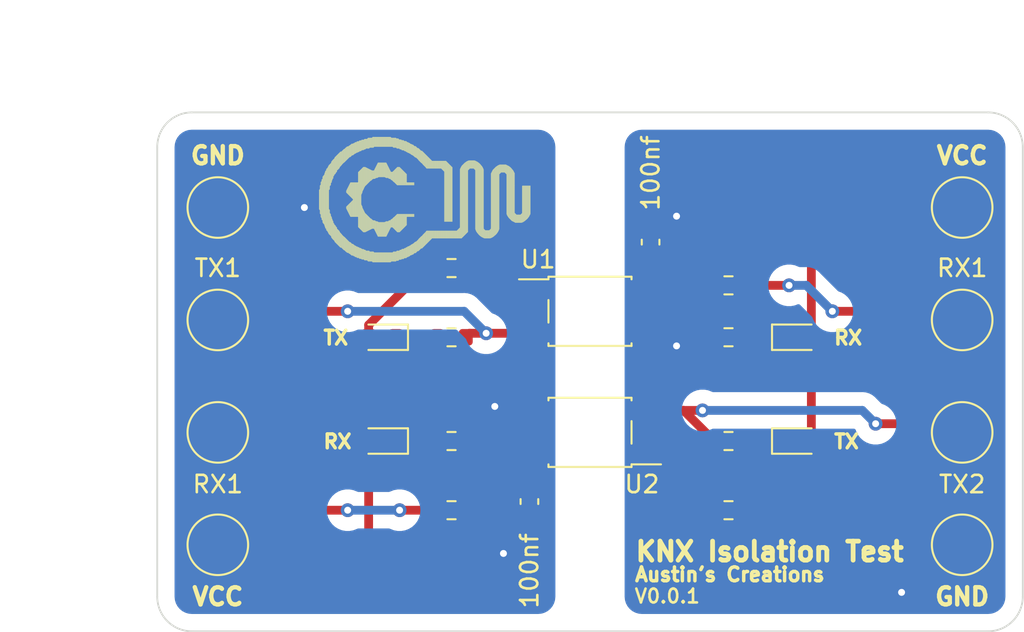
<source format=kicad_pcb>
(kicad_pcb (version 20221018) (generator pcbnew)
  (layers (0 "F.Cu" signal) (31 "B.Cu" signal) (34 "B.Paste" user) (35 "F.Paste" user) (36 "B.SilkS" user "B.Silkscreen") (37 "F.SilkS" user "F.Silkscreen") (38 "B.Mask" user) (39 "F.Mask" user) (44 "Edge.Cuts" user))
  (net 0 "")
  (net 1 "Net-(D3-K)")
  (net 2 "Net-(D4-K)")
  (net 3 "Net-(D3-A)")
  (net 4 "Net-(D1-K)")
  (net 5 "Net-(D1-A)")
  (net 6 "Net-(D2-K)")
  (net 7 "Net-(U1-A)")
  (net 8 "Net-(U2-VO)")
  (net 9 "Net-(U2-A)")
  (net 10 "Net-(U1-VO)")
  (net 11 "Net-(U2-C)")
  (net 12 "Net-(U1-C)")
  (net 13 "Net-(R3-Pad1)")
  (net 14 "Net-(R8-Pad1)")
  (net 15 "/GND1")
  (net 16 "/GND2")
  (footprint "Resistor_SMD:R_0603_1608Metric" (layer "F.Cu") (at 37 33)
    (fp_text reference "R2" hide)
    (fp_text value "1k" hide)
    (pad "1" smd roundrect (at -0.825 0) (size 0.8 0.95) (layers "F.Cu" "F.Paste" "F.Mask") (net 4 "Net-(D1-K)"))
    (pad "2" smd roundrect (at 0.825 0) (size 0.8 0.95) (layers "F.Cu" "F.Paste" "F.Mask") (net 12 "Net-(U1-C)"))
  )
  (footprint "TestPoint:TestPoint_Pad_D3.0mm" (layer "F.Cu") (at 23.5 32)
    (fp_text reference "TP3" hide)
    (fp_text value "TX1" (at 0 -3) (layer "F.SilkS"))
    (pad "1" smd circle (at 0 0) (size 3 3) (layers "F.Cu" "F.Mask") (net 12 "Net-(U1-C)"))
  )
  (footprint "LED_SMD:LED_0603_1608Metric" (layer "F.Cu") (at 33 39 180)
    (fp_text reference "D2" hide)
    (fp_text value "green" hide)
    (pad "1" smd roundrect (at -0.7875 0 180) (size 0.875 0.95) (layers "F.Cu" "F.Paste" "F.Mask") (net 6 "Net-(D2-K)"))
    (pad "2" smd roundrect (at 0.7875 0 180) (size 0.875 0.95) (layers "F.Cu" "F.Paste" "F.Mask") (net 5 "Net-(D1-A)"))
  )
  (footprint "Resistor_SMD:R_0603_1608Metric" (layer "F.Cu") (at 37 43)
    (fp_text reference "R3" hide)
    (fp_text value "1k" hide)
    (pad "1" smd roundrect (at -0.825 0) (size 0.8 0.95) (layers "F.Cu" "F.Paste" "F.Mask") (net 13 "Net-(R3-Pad1)"))
    (pad "2" smd roundrect (at 0.825 0) (size 0.8 0.95) (layers "F.Cu" "F.Paste" "F.Mask") (net 8 "Net-(U2-VO)"))
  )
  (footprint "Package_SO:SO-5_4.4x3.6mm_P1.27mm" (layer "F.Cu") (at 45 38.5 180)
    (fp_text reference "U2" (at -3 -3) (layer "F.SilkS"))
    (fp_text value "ACPL-M61L-500E" hide)
    (pad "1" smd rect (at -3.15 -1.27 180) (size 2 0.64) (layers "F.Cu" "F.Paste" "F.Mask") (net 9 "Net-(U2-A)"))
    (pad "3" smd rect (at -3.15 1.27 180) (size 2 0.64) (layers "F.Cu" "F.Paste" "F.Mask") (net 11 "Net-(U2-C)"))
    (pad "4" smd rect (at 3.15 1.27 180) (size 2 0.64) (layers "F.Cu" "F.Paste" "F.Mask") (net 15 "/GND1"))
    (pad "5" smd rect (at 3.15 0 180) (size 2 0.64) (layers "F.Cu" "F.Paste" "F.Mask") (net 8 "Net-(U2-VO)"))
    (pad "6" smd rect (at 3.15 -1.27 180) (size 2 0.64) (layers "F.Cu" "F.Paste" "F.Mask") (net 5 "Net-(D1-A)"))
  )
  (footprint "Capacitor_SMD:C_0603_1608Metric" (layer "F.Cu") (at 48.5 27.5 90)
    (fp_text reference "C2" hide)
    (fp_text value "100nf" (at 4 0 90) (layer "F.SilkS"))
    (pad "1" smd roundrect (at -0.775 0 90) (size 0.9 0.95) (layers "F.Cu" "F.Paste" "F.Mask") (net 3 "Net-(D3-A)"))
    (pad "2" smd roundrect (at 0.775 0 90) (size 0.9 0.95) (layers "F.Cu" "F.Paste" "F.Mask") (net 16 "/GND2"))
  )
  (footprint "LED_SMD:LED_0603_1608Metric" (layer "F.Cu") (at 57 39)
    (fp_text reference "D4" hide)
    (fp_text value "yellow" hide)
    (pad "1" smd roundrect (at -0.7875 0) (size 0.875 0.95) (layers "F.Cu" "F.Paste" "F.Mask") (net 2 "Net-(D4-K)"))
    (pad "2" smd roundrect (at 0.7875 0) (size 0.875 0.95) (layers "F.Cu" "F.Paste" "F.Mask") (net 3 "Net-(D3-A)"))
  )
  (footprint "LED_SMD:LED_0603_1608Metric" (layer "F.Cu") (at 57 33)
    (fp_text reference "D3" hide)
    (fp_text value "green" hide)
    (pad "1" smd roundrect (at -0.7875 0) (size 0.875 0.95) (layers "F.Cu" "F.Paste" "F.Mask") (net 1 "Net-(D3-K)"))
    (pad "2" smd roundrect (at 0.7875 0) (size 0.875 0.95) (layers "F.Cu" "F.Paste" "F.Mask") (net 3 "Net-(D3-A)"))
  )
  (footprint "logos:Creations logo med" (layer "F.Cu") (at 33 25 90)
    (fp_text reference "LOGO1" hide)
    (fp_text value "Creations_logo_med" hide)
  )
  (footprint "Resistor_SMD:R_0603_1608Metric" (layer "F.Cu") (at 53 30 180)
    (fp_text reference "R8" hide)
    (fp_text value "1k" hide)
    (pad "1" smd roundrect (at -0.825 0 180) (size 0.8 0.95) (layers "F.Cu" "F.Paste" "F.Mask") (net 14 "Net-(R8-Pad1)"))
    (pad "2" smd roundrect (at 0.825 0 180) (size 0.8 0.95) (layers "F.Cu" "F.Paste" "F.Mask") (net 10 "Net-(U1-VO)"))
  )
  (footprint "Capacitor_SMD:C_0603_1608Metric" (layer "F.Cu") (at 41.5 42.5 -90)
    (fp_text reference "C1" hide)
    (fp_text value "100nf" (at 4 0 90) (layer "F.SilkS"))
    (pad "1" smd roundrect (at -0.775 0 270) (size 0.9 0.95) (layers "F.Cu" "F.Paste" "F.Mask") (net 5 "Net-(D1-A)"))
    (pad "2" smd roundrect (at 0.775 0 270) (size 0.9 0.95) (layers "F.Cu" "F.Paste" "F.Mask") (net 15 "/GND1"))
  )
  (footprint "TestPoint:TestPoint_Pad_D3.0mm" (layer "F.Cu") (at 23.5 25.5)
    (fp_text reference "TP1" hide)
    (fp_text value "GND" (at 0 -3) (layer "F.SilkS") (effects (font (thickness 0.25))))
    (pad "1" smd circle (at 0 0) (size 3 3) (layers "F.Cu" "F.Mask") (net 15 "/GND1"))
  )
  (footprint "Resistor_SMD:R_0603_1608Metric" (layer "F.Cu") (at 53 33 180)
    (fp_text reference "R6" hide)
    (fp_text value "1k" hide)
    (pad "1" smd roundrect (at -0.825 0 180) (size 0.8 0.95) (layers "F.Cu" "F.Paste" "F.Mask") (net 1 "Net-(D3-K)"))
    (pad "2" smd roundrect (at 0.825 0 180) (size 0.8 0.95) (layers "F.Cu" "F.Paste" "F.Mask") (net 10 "Net-(U1-VO)"))
  )
  (footprint "TestPoint:TestPoint_Pad_D3.0mm" (layer "F.Cu") (at 66.5 25.5)
    (fp_text reference "TP6" hide)
    (fp_text value "VCC" (at 0 -3) (layer "F.SilkS") (effects (font (thickness 0.25))))
    (pad "1" smd circle (at 0 0) (size 3 3) (layers "F.Cu" "F.Mask") (net 3 "Net-(D3-A)"))
  )
  (footprint "TestPoint:TestPoint_Pad_D3.0mm" (layer "F.Cu") (at 66.5 38.5)
    (fp_text reference "TP7" hide)
    (fp_text value "TX2" (at 0 3) (layer "F.SilkS"))
    (pad "1" smd circle (at 0 0) (size 3 3) (layers "F.Cu" "F.Mask") (net 11 "Net-(U2-C)"))
  )
  (footprint "Resistor_SMD:R_0603_1608Metric" (layer "F.Cu") (at 37 39)
    (fp_text reference "R4" hide)
    (fp_text value "1k" hide)
    (pad "1" smd roundrect (at -0.825 0) (size 0.8 0.95) (layers "F.Cu" "F.Paste" "F.Mask") (net 6 "Net-(D2-K)"))
    (pad "2" smd roundrect (at 0.825 0) (size 0.8 0.95) (layers "F.Cu" "F.Paste" "F.Mask") (net 8 "Net-(U2-VO)"))
  )
  (footprint "Resistor_SMD:R_0603_1608Metric" (layer "F.Cu") (at 53 39 180)
    (fp_text reference "R7" hide)
    (fp_text value "1k" hide)
    (pad "1" smd roundrect (at -0.825 0 180) (size 0.8 0.95) (layers "F.Cu" "F.Paste" "F.Mask") (net 2 "Net-(D4-K)"))
    (pad "2" smd roundrect (at 0.825 0 180) (size 0.8 0.95) (layers "F.Cu" "F.Paste" "F.Mask") (net 11 "Net-(U2-C)"))
  )
  (footprint "Package_SO:SO-5_4.4x3.6mm_P1.27mm" (layer "F.Cu") (at 45 31.5)
    (fp_text reference "U1" (at -3 -3) (layer "F.SilkS"))
    (fp_text value "ACPL-M61L-500E" hide)
    (pad "1" smd rect (at -3.15 -1.27) (size 2 0.64) (layers "F.Cu" "F.Paste" "F.Mask") (net 7 "Net-(U1-A)"))
    (pad "3" smd rect (at -3.15 1.27) (size 2 0.64) (layers "F.Cu" "F.Paste" "F.Mask") (net 12 "Net-(U1-C)"))
    (pad "4" smd rect (at 3.15 1.27) (size 2 0.64) (layers "F.Cu" "F.Paste" "F.Mask") (net 16 "/GND2"))
    (pad "5" smd rect (at 3.15 0) (size 2 0.64) (layers "F.Cu" "F.Paste" "F.Mask") (net 10 "Net-(U1-VO)"))
    (pad "6" smd rect (at 3.15 -1.27) (size 2 0.64) (layers "F.Cu" "F.Paste" "F.Mask") (net 3 "Net-(D3-A)"))
  )
  (footprint "TestPoint:TestPoint_Pad_D3.0mm" (layer "F.Cu") (at 23.5 38.5)
    (fp_text reference "TP4" hide)
    (fp_text value "RX1" (at 0 3) (layer "F.SilkS"))
    (pad "1" smd circle (at 0 0) (size 3 3) (layers "F.Cu" "F.Mask") (net 13 "Net-(R3-Pad1)"))
  )
  (footprint "Resistor_SMD:R_0603_1608Metric" (layer "F.Cu") (at 53 43)
    (fp_text reference "R5" hide)
    (fp_text value "1k" hide)
    (pad "1" smd roundrect (at -0.825 0) (size 0.8 0.95) (layers "F.Cu" "F.Paste" "F.Mask") (net 9 "Net-(U2-A)"))
    (pad "2" smd roundrect (at 0.825 0) (size 0.8 0.95) (layers "F.Cu" "F.Paste" "F.Mask") (net 3 "Net-(D3-A)"))
  )
  (footprint "LED_SMD:LED_0603_1608Metric" (layer "F.Cu") (at 33 33 180)
    (fp_text reference "D1" hide)
    (fp_text value "yellow" hide)
    (pad "1" smd roundrect (at -0.7875 0 180) (size 0.875 0.95) (layers "F.Cu" "F.Paste" "F.Mask") (net 4 "Net-(D1-K)"))
    (pad "2" smd roundrect (at 0.7875 0 180) (size 0.875 0.95) (layers "F.Cu" "F.Paste" "F.Mask") (net 5 "Net-(D1-A)"))
  )
  (footprint "Resistor_SMD:R_0603_1608Metric" (layer "F.Cu") (at 37 29)
    (fp_text reference "R1" hide)
    (fp_text value "1k" hide)
    (pad "1" smd roundrect (at -0.825 0) (size 0.8 0.95) (layers "F.Cu" "F.Paste" "F.Mask") (net 5 "Net-(D1-A)"))
    (pad "2" smd roundrect (at 0.825 0) (size 0.8 0.95) (layers "F.Cu" "F.Paste" "F.Mask") (net 7 "Net-(U1-A)"))
  )
  (footprint "TestPoint:TestPoint_Pad_D3.0mm" (layer "F.Cu") (at 23.5 45)
    (fp_text reference "TP2" hide)
    (fp_text value "VCC" (at 0 3) (layer "F.SilkS") (effects (font (thickness 0.25))))
    (pad "1" smd circle (at 0 0) (size 3 3) (layers "F.Cu" "F.Mask") (net 5 "Net-(D1-A)"))
  )
  (footprint "TestPoint:TestPoint_Pad_D3.0mm" (layer "F.Cu") (at 66.5 45)
    (fp_text reference "TP8" hide)
    (fp_text value "GND" (at 0 3) (layer "F.SilkS") (effects (font (thickness 0.25))))
    (pad "1" smd circle (at 0 0) (size 3 3) (layers "F.Cu" "F.Mask") (net 16 "/GND2"))
  )
  (footprint "TestPoint:TestPoint_Pad_D3.0mm" (layer "F.Cu") (at 66.5 32)
    (fp_text reference "TP5" hide)
    (fp_text value "RX1" (at 0 -3) (layer "F.SilkS"))
    (pad "1" smd circle (at 0 0) (size 3 3) (layers "F.Cu" "F.Mask") (net 14 "Net-(R8-Pad1)"))
  )
  (gr_line (start 22 50) (end 68 50) (stroke (width 0.1)) (layer "Edge.Cuts"))
  (gr_arc (start 70 48) (mid 69.414214 49.414214) (end 68 50) (stroke (width 0.1)) (layer "Edge.Cuts"))
  (gr_arc (start 20 22) (mid 20.585786 20.585786) (end 22 20) (stroke (width 0.1)) (layer "Edge.Cuts"))
  (gr_arc (start 68 20) (mid 69.414214 20.585786) (end 70 22) (stroke (width 0.1)) (layer "Edge.Cuts"))
  (gr_line (start 22 20) (end 68 20) (stroke (width 0.1)) (layer "Edge.Cuts"))
  (gr_line (start 70 22) (end 70 48) (stroke (width 0.1)) (layer "Edge.Cuts"))
  (gr_arc (start 22 50) (mid 20.585786 49.414214) (end 20 48) (stroke (width 0.1)) (layer "Edge.Cuts"))
  (gr_line (start 20 22) (end 20 48) (stroke (width 0.1)) (layer "Edge.Cuts"))
  (gr_text "V0.0.1" (at 47.5 47.5) (layer "F.SilkS") (effects (font (size 0.8 0.8)) (justify left top)))
  (gr_text "RX" (at 29.5 39.5) (layer "F.SilkS") (effects (font (size 0.8 0.8) (thickness 0.2) bold) (justify left bottom)))
  (gr_text "RX" (at 59 33.5) (layer "F.SilkS") (effects (font (size 0.8 0.8) (thickness 0.2) bold) (justify left bottom)))
  (gr_text "KNX Isolation Test" (at 47.5 44.75) (layer "F.SilkS") (effects (font (size 1.1 1.1) (thickness 0.275) bold) (justify left top)))
  (gr_text "TX" (at 59 39.5) (layer "F.SilkS") (effects (font (size 0.8 0.8) (thickness 0.2) bold) (justify left bottom)))
  (gr_text "TX" (at 29.5 33.5) (layer "F.SilkS") (effects (font (size 0.8 0.8) (thickness 0.2) bold) (justify left bottom)))
  (gr_text "Austin's Creations" (at 47.5 46.25) (layer "F.SilkS") (effects (font (size 0.8 0.8) (thickness 0.2)) (justify left top)))
  (segment (start 53.825 33) (end 56.2125 33) (width 0.508) (layer "F.Cu") (net 1))
  (segment (start 53.825 39) (end 56.2125 39) (width 0.508) (layer "F.Cu") (net 2))
  (segment (start 50 28) (end 50 29.5) (width 0.508) (layer "F.Cu") (net 3))
  (segment (start 52.5 25.5) (end 50 28) (width 0.508) (layer "F.Cu") (net 3))
  (segment (start 49.725 28.275) (end 50 28) (width 0.508) (layer "F.Cu") (net 3))
  (segment (start 57.7875 39) (end 57.7875 33) (width 0.508) (layer "F.Cu") (net 3))
  (segment (start 50 29.5) (end 49.27 30.23) (width 0.508) (layer "F.Cu") (net 3))
  (segment (start 57.7875 41.2125) (end 57.7875 39) (width 0.508) (layer "F.Cu") (net 3))
  (segment (start 58 25.5) (end 52.5 25.5) (width 0.508) (layer "F.Cu") (net 3))
  (segment (start 58 25.5) (end 66.5 25.5) (width 0.508) (layer "F.Cu") (net 3))
  (segment (start 49.27 30.23) (end 48.15 30.23) (width 0.508) (layer "F.Cu") (net 3))
  (segment (start 53.825 43) (end 56 43) (width 0.508) (layer "F.Cu") (net 3))
  (segment (start 57.7875 25.7125) (end 58 25.5) (width 0.508) (layer "F.Cu") (net 3))
  (segment (start 57.7875 33) (end 57.7875 25.7125) (width 0.508) (layer "F.Cu") (net 3))
  (segment (start 48.5 28.275) (end 49.725 28.275) (width 0.508) (layer "F.Cu") (net 3))
  (segment (start 56 43) (end 57.7875 41.2125) (width 0.508) (layer "F.Cu") (net 3))
  (segment (start 36.175 33) (end 33.7875 33) (width 0.508) (layer "F.Cu") (net 4))
  (segment (start 40.275 41.725) (end 40 42) (width 0.508) (layer "F.Cu") (net 5))
  (segment (start 32.2125 33) (end 32.2125 39) (width 0.508) (layer "F.Cu") (net 5))
  (segment (start 40 43.5) (end 40 42) (width 0.508) (layer "F.Cu") (net 5))
  (segment (start 23.5 45) (end 32 45) (width 0.508) (layer "F.Cu") (net 5))
  (segment (start 32.2125 44.7875) (end 32 45) (width 0.508) (layer "F.Cu") (net 5))
  (segment (start 40 42) (end 40 40.75) (width 0.508) (layer "F.Cu") (net 5))
  (segment (start 40 40.75) (end 40.98 39.77) (width 0.508) (layer "F.Cu") (net 5))
  (segment (start 40.98 39.77) (end 41.85 39.77) (width 0.508) (layer "F.Cu") (net 5))
  (segment (start 32.2125 39) (end 32.2125 44.7875) (width 0.508) (layer "F.Cu") (net 5))
  (segment (start 38.5 45) (end 40 43.5) (width 0.508) (layer "F.Cu") (net 5))
  (segment (start 32 45) (end 38.5 45) (width 0.508) (layer "F.Cu") (net 5))
  (segment (start 32.2125 32.2875) (end 35.5 29) (width 0.508) (layer "F.Cu") (net 5))
  (segment (start 32.2125 33) (end 32.2125 32.2875) (width 0.508) (layer "F.Cu") (net 5))
  (segment (start 41.5 41.725) (end 40.275 41.725) (width 0.508) (layer "F.Cu") (net 5))
  (segment (start 35.5 29) (end 36.175 29) (width 0.508) (layer "F.Cu") (net 5))
  (segment (start 33.7875 39) (end 36.175 39) (width 0.508) (layer "F.Cu") (net 6))
  (segment (start 39.055 30.23) (end 37.825 29) (width 0.508) (layer "F.Cu") (net 7))
  (segment (start 41.85 30.23) (end 39.055 30.23) (width 0.508) (layer "F.Cu") (net 7))
  (segment (start 38.325 38.5) (end 41.85 38.5) (width 0.508) (layer "F.Cu") (net 8))
  (segment (start 37.825 39) (end 38.325 38.5) (width 0.508) (layer "F.Cu") (net 8))
  (segment (start 37.825 43) (end 37.825 39) (width 0.508) (layer "F.Cu") (net 8))
  (segment (start 48.15 39.77) (end 48.945 39.77) (width 0.508) (layer "F.Cu") (net 9))
  (segment (start 48.945 39.77) (end 52.175 43) (width 0.508) (layer "F.Cu") (net 9))
  (segment (start 50.675 31.5) (end 52.175 33) (width 0.508) (layer "F.Cu") (net 10))
  (segment (start 48.15 31.5) (end 50.675 31.5) (width 0.508) (layer "F.Cu") (net 10))
  (segment (start 50.675 31.5) (end 52.175 30) (width 0.508) (layer "F.Cu") (net 10))
  (segment (start 66 38) (end 66.5 38.5) (width 0.508) (layer "F.Cu") (net 11))
  (segment (start 48.15 37.23) (end 50.405 37.23) (width 0.508) (layer "F.Cu") (net 11))
  (segment (start 51.5 37.23) (end 50.405 37.23) (width 0.508) (layer "F.Cu") (net 11))
  (segment (start 50.405 37.23) (end 52.175 39) (width 0.508) (layer "F.Cu") (net 11))
  (segment (start 61.5 38) (end 66 38) (width 0.508) (layer "F.Cu") (net 11))
  (via (at 61.5 38) (size 0.8) (drill 0.4) (layers "F.Cu" "B.Cu") (net 11))
  (via (at 51.5 37.23) (size 0.8) (drill 0.4) (layers "F.Cu" "B.Cu") (net 11))
  (segment (start 61.5 38) (end 60.73 37.23) (width 0.508) (layer "B.Cu") (net 11))
  (segment (start 60.73 37.23) (end 51.5 37.23) (width 0.508) (layer "B.Cu") (net 11))
  (segment (start 31 31.5) (end 24 31.5) (width 0.508) (layer "F.Cu") (net 12))
  (segment (start 24 31.5) (end 23.5 32) (width 0.508) (layer "F.Cu") (net 12))
  (segment (start 41.85 32.77) (end 38.055 32.77) (width 0.508) (layer "F.Cu") (net 12))
  (segment (start 38.055 32.77) (end 37.825 33) (width 0.508) (layer "F.Cu") (net 12))
  (via (at 39 32.77) (size 0.8) (drill 0.4) (layers "F.Cu" "B.Cu") (net 12))
  (via (at 31 31.5) (size 0.8) (drill 0.4) (layers "F.Cu" "B.Cu") (net 12))
  (segment (start 37.73 31.5) (end 39 32.77) (width 0.508) (layer "B.Cu") (net 12))
  (segment (start 31 31.5) (end 37.73 31.5) (width 0.508) (layer "B.Cu") (net 12))
  (segment (start 36.175 43) (end 34 43) (width 0.508) (layer "F.Cu") (net 13))
  (segment (start 31 43) (end 29 43) (width 0.508) (layer "F.Cu") (net 13))
  (segment (start 24.5 38.5) (end 23.5 38.5) (width 0.508) (layer "F.Cu") (net 13))
  (segment (start 29 43) (end 24.5 38.5) (width 0.508) (layer "F.Cu") (net 13))
  (via (at 34 43) (size 0.8) (drill 0.4) (layers "F.Cu" "B.Cu") (net 13))
  (via (at 31 43) (size 0.8) (drill 0.4) (layers "F.Cu" "B.Cu") (net 13))
  (segment (start 34 43) (end 31 43) (width 0.508) (layer "B.Cu") (net 13))
  (segment (start 59 31.5) (end 66 31.5) (width 0.508) (layer "F.Cu") (net 14))
  (segment (start 53.825 30) (end 56.5 30) (width 0.508) (layer "F.Cu") (net 14))
  (segment (start 66 31.5) (end 66.5 32) (width 0.508) (layer "F.Cu") (net 14))
  (via (at 59 31.5) (size 0.8) (drill 0.4) (layers "F.Cu" "B.Cu") (net 14))
  (via (at 56.5 30) (size 0.8) (drill 0.4) (layers "F.Cu" "B.Cu") (net 14))
  (segment (start 57.5 30) (end 56.5 30) (width 0.508) (layer "B.Cu") (net 14))
  (segment (start 59 31.5) (end 57.5 30) (width 0.508) (layer "B.Cu") (net 14))
  (segment (start 41.5 44) (end 40 45.5) (width 0.508) (layer "F.Cu") (net 15))
  (segment (start 39.73 37.23) (end 39.5 37) (width 0.508) (layer "F.Cu") (net 15))
  (segment (start 23.5 25.5) (end 28.5 25.5) (width 0.508) (layer "F.Cu") (net 15))
  (segment (start 41.5 43.275) (end 41.5 44) (width 0.508) (layer "F.Cu") (net 15))
  (segment (start 41.85 37.23) (end 39.73 37.23) (width 0.508) (layer "F.Cu") (net 15))
  (via (at 28.5 25.5) (size 0.8) (drill 0.4) (layers "F.Cu" "B.Cu") (net 15))
  (via (at 40 45.5) (size 0.8) (drill 0.4) (layers "F.Cu" "B.Cu") (net 15))
  (via (at 39.5 37) (size 0.8) (drill 0.4) (layers "F.Cu" "B.Cu") (net 15))
  (segment (start 48.15 32.77) (end 49.27 32.77) (width 0.508) (layer "F.Cu") (net 16))
  (segment (start 65.75 45) (end 63 47.75) (width 0.508) (layer "F.Cu") (net 16))
  (segment (start 49.27 32.77) (end 50 33.5) (width 0.508) (layer "F.Cu") (net 16))
  (segment (start 48.5 26.725) (end 49.275 26.725) (width 0.508) (layer "F.Cu") (net 16))
  (segment (start 66.5 45) (end 65.75 45) (width 0.508) (layer "F.Cu") (net 16))
  (segment (start 49.275 26.725) (end 50 26) (width 0.508) (layer "F.Cu") (net 16))
  (via (at 63 47.75) (size 0.8) (drill 0.4) (layers "F.Cu" "B.Cu") (net 16))
  (via (at 50 26) (size 0.8) (drill 0.4) (layers "F.Cu" "B.Cu") (net 16))
  (via (at 50 33.5) (size 0.8) (drill 0.4) (layers "F.Cu" "B.Cu") (net 16))
  (zone (net 15) (net_name "/GND1") (layer "B.Cu") (connect_pads (clearance 0.8)) (min_thickness 0.25) (fill yes (thermal_gap 0.5) (thermal_bridge_width 0.5) (smoothing fillet) (radius 1))
    (polygon (pts (xy 21 21) (xy 21 49) (xy 43 49) (xy 43 21)))
  )
  (zone (net 16) (net_name "/GND2") (layer "B.Cu") (connect_pads (clearance 0.8)) (min_thickness 0.25) (fill yes (thermal_gap 0.5) (thermal_bridge_width 0.5) (smoothing fillet) (radius 1))
    (polygon (pts (xy 47 21) (xy 47 49) (xy 69 49) (xy 69 21)))
  )
)
</source>
